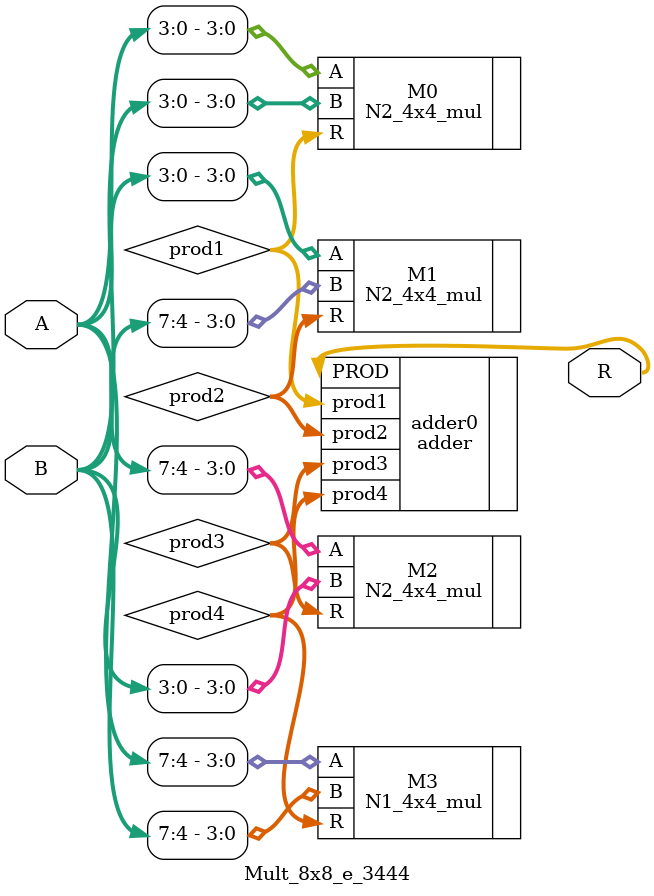
<source format=v>
module Mult_8x8_e_3444(
input [7:0] A,
input [7:0] B,
output [15:0]R
);
wire [7:0]prod1;
wire [7:0]prod2;
wire [7:0]prod3;
wire [7:0]prod4;

N2_4x4_mul M0(.A(A[3:0]),.B(B[3:0]),.R(prod1));
N2_4x4_mul M1(.A(A[3:0]),.B(B[7:4]),.R(prod2));
N2_4x4_mul M2(.A(A[7:4]),.B(B[3:0]),.R(prod3));
N1_4x4_mul M3(.A(A[7:4]),.B(B[7:4]),.R(prod4));
adder adder0(.prod1(prod1),.prod2(prod2),.prod3(prod3),.prod4(prod4),.PROD(R));
endmodule

</source>
